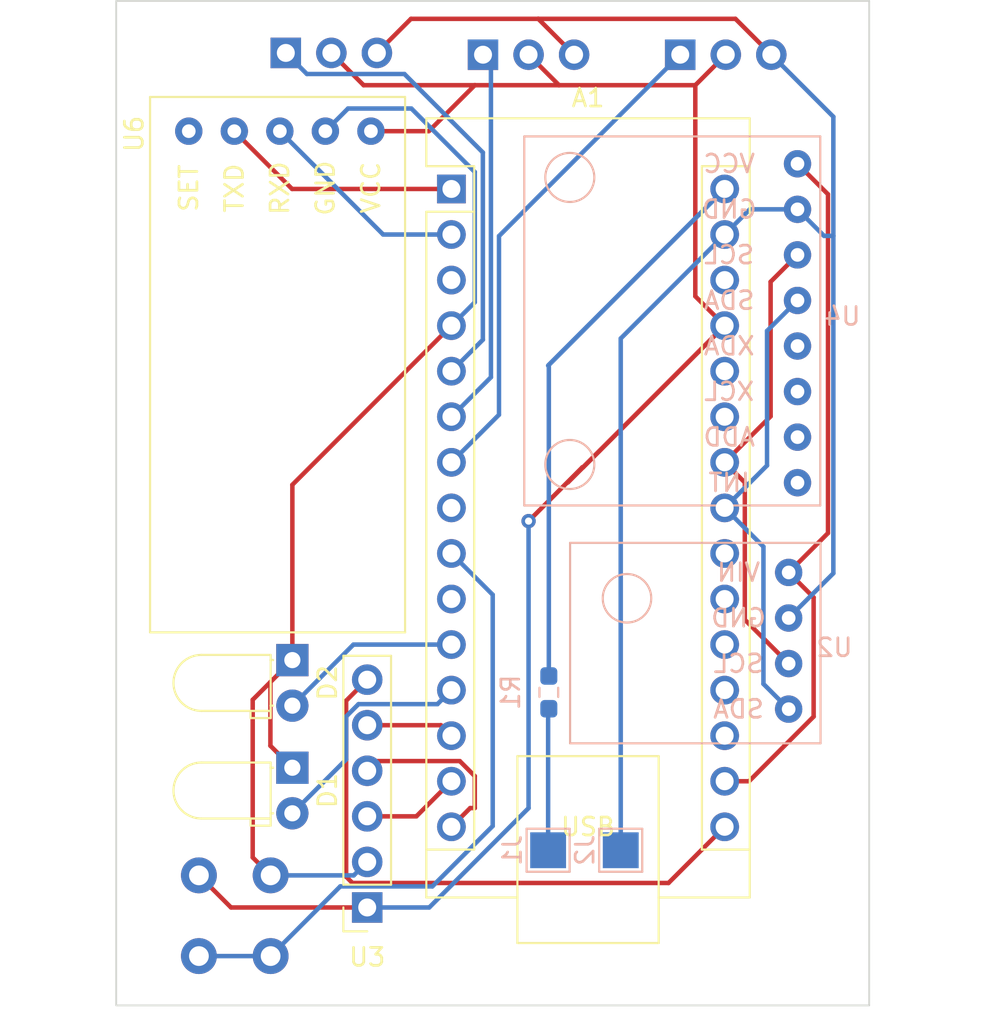
<source format=kicad_pcb>
(kicad_pcb (version 20221018) (generator pcbnew)
  (layers (0 "F.Cu" signal) (31 "B.Cu" signal) (34 "B.Paste" user) (35 "F.Paste" user) (36 "B.SilkS" user "B.Silkscreen") (37 "F.SilkS" user "F.Silkscreen") (38 "B.Mask" user) (39 "F.Mask" user) (44 "Edge.Cuts" user))
  (net 0 "")
  (net 2 "Earth")
  (net 3 "/D10")
  (net 4 "/D11")
  (net 5 "/D12")
  (net 6 "/D13")
  (net 7 "Net-(A1-3V3)")
  (net 13 "Net-(A1-A4)")
  (net 14 "Net-(A1-A5)")
  (net 17 "/5V")
  (net 23 "/TX")
  (net 24 "/RX")
  (net 27 "/D2")
  (net 28 "/D3")
  (net 29 "/D4")
  (net 30 "/D7")
  (net 31 "/D8")
  (net 32 "/D9")
  (net 33 "/D6")
  (net 34 "Net-(J1-Pin_1)")
  (net 35 "Net-(A1-VIN)")
  (footprint "LED_THT:LED_D3.0mm_Horizontal_O1.27mm_Z2.0mm" (layer "F.Cu") (at 108.825 97.75 -90)
    (fp_text reference "D2" (at 1.27 -1.96 90) (layer "F.SilkS"))
    (fp_text value "LED")
    (fp_line (start -0.29 1.21) (end -0.29 5.07) (stroke (width 0.12)) (layer "F.SilkS"))
    (fp_line (start -0.29 1.21) (end 2.83 1.21) (stroke (width 0.12)) (layer "F.SilkS"))
    (fp_line (start 0 1.08) (end 0 1.08) (stroke (width 0.12)) (layer "F.SilkS"))
    (fp_line (start 0 1.08) (end 0 1.21) (stroke (width 0.12)) (layer "F.SilkS"))
    (fp_line (start 0 1.21) (end 0 1.08) (stroke (width 0.12)) (layer "F.SilkS"))
    (fp_line (start 0 1.21) (end 0 1.21) (stroke (width 0.12)) (layer "F.SilkS"))
    (fp_line (start 2.54 1.08) (end 2.54 1.08) (stroke (width 0.12)) (layer "F.SilkS"))
    (fp_line (start 2.54 1.08) (end 2.54 1.21) (stroke (width 0.12)) (layer "F.SilkS"))
    (fp_line (start 2.54 1.21) (end 2.54 1.08) (stroke (width 0.12)) (layer "F.SilkS"))
    (fp_line (start 2.54 1.21) (end 2.54 1.21) (stroke (width 0.12)) (layer "F.SilkS"))
    (fp_line (start 2.83 1.21) (end 2.83 5.07) (stroke (width 0.12)) (layer "F.SilkS"))
    (fp_line (start 2.83 1.21) (end 3.23 1.21) (stroke (width 0.12)) (layer "F.SilkS"))
    (fp_line (start 2.83 2.33) (end 2.83 1.21) (stroke (width 0.12)) (layer "F.SilkS"))
    (fp_line (start 3.23 1.21) (end 3.23 2.33) (stroke (width 0.12)) (layer "F.SilkS"))
    (fp_line (start 3.23 2.33) (end 2.83 2.33) (stroke (width 0.12)) (layer "F.SilkS"))
    (fp_arc (start 2.83 5.07) (mid 1.27 6.63) (end -0.29 5.07) (stroke (width 0.12)) (layer "F.SilkS"))
    (pad "1" thru_hole rect (at 0 0 270) (size 1.8 1.8) (drill 0.9) (layers "*.Cu" "*.Mask") (net 2 "Earth"))
    (pad "2" thru_hole circle (at 2.54 0 270) (size 1.8 1.8) (drill 0.9) (layers "*.Cu" "*.Mask") (net 31 "/D8"))
  )
  (footprint "Connector_PinSocket_2.54mm:PinSocket_1x06_P2.54mm_Vertical" (layer "F.Cu") (at 113 111.54 180)
    (fp_text reference "U3" (at 0 -2.77) (layer "F.SilkS"))
    (fp_text value "SD_Card_Reader")
    (fp_line (start -1.33 1.27) (end -1.33 14.03) (stroke (width 0.12)) (layer "F.SilkS"))
    (fp_line (start -1.33 1.27) (end 1.33 1.27) (stroke (width 0.12)) (layer "F.SilkS"))
    (fp_line (start -1.33 14.03) (end 1.33 14.03) (stroke (width 0.12)) (layer "F.SilkS"))
    (fp_line (start 0 -1.33) (end 1.33 -1.33) (stroke (width 0.12)) (layer "F.SilkS"))
    (fp_line (start 1.33 -1.33) (end 1.33 0) (stroke (width 0.12)) (layer "F.SilkS"))
    (fp_line (start 1.33 1.27) (end 1.33 14.03) (stroke (width 0.12)) (layer "F.SilkS"))
    (pad "1" thru_hole rect (at 0 0 180) (size 1.7 1.7) (drill 1) (layers "*.Cu" "*.Mask") (net 17 "/5V"))
    (pad "2" thru_hole oval (at 0 2.54 180) (size 1.7 1.7) (drill 1) (layers "*.Cu" "*.Mask") (net 2 "Earth"))
    (pad "3" thru_hole oval (at 0 5.08 180) (size 1.7 1.7) (drill 1) (layers "*.Cu" "*.Mask") (net 4 "/D11"))
    (pad "4" thru_hole oval (at 0 7.62 180) (size 1.7 1.7) (drill 1) (layers "*.Cu" "*.Mask") (net 5 "/D12"))
    (pad "5" thru_hole oval (at 0 10.16 180) (size 1.7 1.7) (drill 1) (layers "*.Cu" "*.Mask") (net 3 "/D10"))
    (pad "6" thru_hole oval (at 0 12.7 180) (size 1.7 1.7) (drill 1) (layers "*.Cu" "*.Mask") (net 6 "/D13"))
  )
  (footprint "usini_sensors:module_bh1750" (layer "F.Cu") (at 103.047 68.2625 -90)
    (fp_text reference "U6" (at 0.15 3.047 -90) (layer "F.SilkS"))
    (fp_text value "HC-12")
    (fp_text user "TXD" (at 3.175 -2.54 90) (layer "F.SilkS"))
    (fp_text user "SET" (at 3.175 0 90) (layer "F.SilkS"))
    (fp_text user "GND" (at 3.175 -7.62 90) (layer "F.SilkS"))
    (fp_text user "RXD" (at 3.175 -5.08 90) (layer "F.SilkS"))
    (fp_text user "VCC" (at 3.15 -10.16 90) (layer "F.SilkS"))
    (fp_line (start -1.905 -12.065) (end 27.94 -12.065) (stroke (width 0.12)) (layer "F.SilkS"))
    (fp_line (start -1.905 2.159) (end -1.905 -12.065) (stroke (width 0.12)) (layer "F.SilkS"))
    (fp_line (start 27.94 -12.065) (end 27.94 2.159) (stroke (width 0.12)) (layer "F.SilkS"))
    (fp_line (start 27.94 2.159) (end -1.905 2.159) (stroke (width 0.12)) (layer "F.SilkS"))
    (pad "1" thru_hole circle (at 0 -10.16 270) (size 1.524 1.524) (drill 0.762) (layers "*.Cu" "*.Mask") (net 17 "/5V"))
    (pad "2" thru_hole circle (at 0 -7.62 270) (size 1.524 1.524) (drill 0.762) (layers "*.Cu" "*.Mask") (net 2 "Earth"))
    (pad "3" thru_hole circle (at 0 -5.08 270) (size 1.524 1.524) (drill 0.762) (layers "*.Cu" "*.Mask") (net 24 "/RX"))
    (pad "4" thru_hole circle (at 0 -2.54 270) (size 1.524 1.524) (drill 0.762) (layers "*.Cu" "*.Mask") (net 23 "/TX"))
    (pad "5" thru_hole circle (at 0 0 270) (size 1.524 1.524) (drill 0.762) (layers "*.Cu" "*.Mask"))
  )
  (footprint "Connector_PinHeader_2.54mm:PinHeader_1x03_P2.54mm_Horizontal" (layer "F.Cu") (at 108.41 63.85 90)
    (fp_text reference "M2" hide)
    (fp_text value "Motor_Servo" hide)
    (pad "1" thru_hole rect (at -0.05 0.05 90) (size 1.7 1.7) (drill 1) (layers "*.Cu" "*.Mask") (net 27 "/D2"))
    (pad "2" thru_hole oval (at -0.05 2.59 90) (size 1.7 1.7) (drill 1) (layers "*.Cu" "*.Mask") (net 17 "/5V"))
    (pad "3" thru_hole oval (at -0.05 5.13 90) (size 1.7 1.7) (drill 1) (layers "*.Cu" "*.Mask") (net 2 "Earth"))
  )
  (footprint "MountingHole:MountingHole_2.2mm_M2" (layer "F.Cu") (at 138 114)
    (fp_text reference "REF**" hide)
    (fp_text value "MountingHole_2.2mm_M2")
    (pad "" np_thru_hole circle (at 0 0) (size 2.2 2.2) (drill 2.2) (layers "*.Cu" "*.Mask"))
  )
  (footprint "Connector_PinHeader_2.54mm:PinHeader_1x03_P2.54mm_Horizontal" (layer "F.Cu") (at 130.46 64 90)
    (fp_text reference "M1" hide)
    (fp_text value "Motor_Servo" hide)
    (pad "1" thru_hole rect (at 0 0 90) (size 1.7 1.7) (drill 1) (layers "*.Cu" "*.Mask") (net 29 "/D4"))
    (pad "2" thru_hole oval (at 0 2.54 90) (size 1.7 1.7) (drill 1) (layers "*.Cu" "*.Mask") (net 17 "/5V"))
    (pad "3" thru_hole oval (at 0 5.08 90) (size 1.7 1.7) (drill 1) (layers "*.Cu" "*.Mask") (net 2 "Earth"))
  )
  (footprint "Button_Switch_THT:SW_PUSH_6mm_H4.3mm" (layer "F.Cu") (at 101.1125 109.75)
    (fp_text reference "U1" hide)
    (fp_text value "ADG633YCP" hide)
    (pad "1" thru_hole circle (at 2.5 0 90) (size 2 2) (drill 1.1) (layers "*.Cu" "*.Mask") (net 17 "/5V"))
    (pad "1" thru_hole circle (at 6.5 0 90) (size 2 2) (drill 1.1) (layers "*.Cu" "*.Mask") (net 2 "Earth"))
    (pad "2" thru_hole circle (at 2.5 4.5 90) (size 2 2) (drill 1.1) (layers "*.Cu" "*.Mask") (net 33 "/D6"))
    (pad "2" thru_hole circle (at 6.5 4.5 90) (size 2 2) (drill 1.1) (layers "*.Cu" "*.Mask") (net 33 "/D6"))
  )
  (footprint "Module:Arduino_Nano" (layer "F.Cu") (at 117.697 71.484)
    (fp_text reference "A1" (at 7.62 -5.08) (layer "F.SilkS"))
    (fp_text value "Arduino_Nano_v3.x")
    (fp_text user "USB" (at 7.62 35.56 unlocked) (layer "F.SilkS"))
    (fp_line (start -1.4 -3.94) (end -1.4 -1.27) (stroke (width 0.12)) (layer "F.SilkS"))
    (fp_line (start -1.4 1.27) (end -1.4 39.5) (stroke (width 0.12)) (layer "F.SilkS"))
    (fp_line (start -1.4 39.5) (end 3.68 39.5) (stroke (width 0.12)) (layer "F.SilkS"))
    (fp_line (start 1.27 -1.27) (end -1.4 -1.27) (stroke (width 0.12)) (layer "F.SilkS"))
    (fp_line (start 1.27 1.27) (end -1.4 1.27) (stroke (width 0.12)) (layer "F.SilkS"))
    (fp_line (start 1.27 1.27) (end 1.27 -1.27) (stroke (width 0.12)) (layer "F.SilkS"))
    (fp_line (start 1.27 1.27) (end 1.27 36.83) (stroke (width 0.12)) (layer "F.SilkS"))
    (fp_line (start 1.27 36.83) (end -1.4 36.83) (stroke (width 0.12)) (layer "F.SilkS"))
    (fp_line (start 3.68 31.62) (end 11.56 31.62) (stroke (width 0.12)) (layer "F.SilkS"))
    (fp_line (start 3.68 42.04) (end 3.68 31.62) (stroke (width 0.12)) (layer "F.SilkS"))
    (fp_line (start 11.56 31.62) (end 11.56 42.04) (stroke (width 0.12)) (layer "F.SilkS"))
    (fp_line (start 11.56 42.04) (end 3.68 42.04) (stroke (width 0.12)) (layer "F.SilkS"))
    (fp_line (start 13.97 -1.27) (end 13.97 36.83) (stroke (width 0.12)) (layer "F.SilkS"))
    (fp_line (start 13.97 -1.27) (end 16.64 -1.27) (stroke (width 0.12)) (layer "F.SilkS"))
    (fp_line (start 13.97 36.83) (end 16.64 36.83) (stroke (width 0.12)) (layer "F.SilkS"))
    (fp_line (start 16.64 -3.94) (end -1.4 -3.94) (stroke (width 0.12)) (layer "F.SilkS"))
    (fp_line (start 16.64 39.5) (end 11.56 39.5) (stroke (width 0.12)) (layer "F.SilkS"))
    (fp_line (start 16.64 39.5) (end 16.64 -3.94) (stroke (width 0.12)) (layer "F.SilkS"))
    (pad "1" thru_hole rect (at 0 0) (size 1.6 1.6) (drill 1) (layers "*.Cu" "*.Mask") (net 23 "/TX"))
    (pad "2" thru_hole oval (at 0 2.54) (size 1.6 1.6) (drill 1) (layers "*.Cu" "*.Mask") (net 24 "/RX"))
    (pad "3" thru_hole oval (at 0 5.08) (size 1.6 1.6) (drill 1) (layers "*.Cu" "*.Mask"))
    (pad "4" thru_hole oval (at 0 7.62) (size 1.6 1.6) (drill 1) (layers "*.Cu" "*.Mask") (net 2 "Earth"))
    (pad "5" thru_hole oval (at 0 10.16) (size 1.6 1.6) (drill 1) (layers "*.Cu" "*.Mask") (net 27 "/D2"))
    (pad "6" thru_hole oval (at 0 12.7) (size 1.6 1.6) (drill 1) (layers "*.Cu" "*.Mask") (net 28 "/D3"))
    (pad "7" thru_hole oval (at 0 15.24) (size 1.6 1.6) (drill 1) (layers "*.Cu" "*.Mask") (net 29 "/D4"))
    (pad "8" thru_hole oval (at 0 17.78) (size 1.6 1.6) (drill 1) (layers "*.Cu" "*.Mask"))
    (pad "9" thru_hole oval (at 0 20.32) (size 1.6 1.6) (drill 1) (layers "*.Cu" "*.Mask") (net 33 "/D6"))
    (pad "10" thru_hole oval (at 0 22.86) (size 1.6 1.6) (drill 1) (layers "*.Cu" "*.Mask") (net 30 "/D7"))
    (pad "11" thru_hole oval (at 0 25.4) (size 1.6 1.6) (drill 1) (layers "*.Cu" "*.Mask") (net 31 "/D8"))
    (pad "12" thru_hole oval (at 0 27.94) (size 1.6 1.6) (drill 1) (layers "*.Cu" "*.Mask") (net 32 "/D9"))
    (pad "13" thru_hole oval (at 0 30.48) (size 1.6 1.6) (drill 1) (layers "*.Cu" "*.Mask") (net 3 "/D10"))
    (pad "14" thru_hole oval (at 0 33.02) (size 1.6 1.6) (drill 1) (layers "*.Cu" "*.Mask") (net 4 "/D11"))
    (pad "15" thru_hole oval (at 0 35.56) (size 1.6 1.6) (drill 1) (layers "*.Cu" "*.Mask") (net 5 "/D12"))
    (pad "16" thru_hole oval (at 15.24 35.56) (size 1.6 1.6) (drill 1) (layers "*.Cu" "*.Mask") (net 6 "/D13"))
    (pad "17" thru_hole oval (at 15.24 33.02) (size 1.6 1.6) (drill 1) (layers "*.Cu" "*.Mask") (net 7 "Net-(A1-3V3)"))
    (pad "18" thru_hole oval (at 15.24 30.48) (size 1.6 1.6) (drill 1) (layers "*.Cu" "*.Mask"))
    (pad "19" thru_hole oval (at 15.24 27.94) (size 1.6 1.6) (drill 1) (layers "*.Cu" "*.Mask"))
    (pad "20" thru_hole oval (at 15.24 25.4) (size 1.6 1.6) (drill 1) (layers "*.Cu" "*.Mask"))
    (pad "21" thru_hole oval (at 15.24 22.86) (size 1.6 1.6) (drill 1) (layers "*.Cu" "*.Mask"))
    (pad "22" thru_hole oval (at 15.24 20.32) (size 1.6 1.6) (drill 1) (layers "*.Cu" "*.Mask"))
    (pad "23" thru_hole oval (at 15.24 17.78) (size 1.6 1.6) (drill 1) (layers "*.Cu" "*.Mask") (net 13 "Net-(A1-A4)"))
    (pad "24" thru_hole oval (at 15.24 15.24) (size 1.6 1.6) (drill 1) (layers "*.Cu" "*.Mask") (net 14 "Net-(A1-A5)"))
    (pad "25" thru_hole oval (at 15.24 12.7) (size 1.6 1.6) (drill 1) (layers "*.Cu" "*.Mask"))
    (pad "26" thru_hole oval (at 15.24 10.16) (size 1.6 1.6) (drill 1) (layers "*.Cu" "*.Mask"))
    (pad "27" thru_hole oval (at 15.24 7.62) (size 1.6 1.6) (drill 1) (layers "*.Cu" "*.Mask") (net 17 "/5V"))
    (pad "28" thru_hole oval (at 15.24 5.08) (size 1.6 1.6) (drill 1) (layers "*.Cu" "*.Mask"))
    (pad "29" thru_hole oval (at 15.24 2.54) (size 1.6 1.6) (drill 1) (layers "*.Cu" "*.Mask") (net 2 "Earth"))
    (pad "30" thru_hole oval (at 15.24 0) (size 1.6 1.6) (drill 1) (layers "*.Cu" "*.Mask") (net 35 "Net-(A1-VIN)"))
  )
  (footprint "MountingHole:MountingHole_2.2mm_M2" (layer "F.Cu") (at 102 64)
    (fp_text reference "REF**" hide)
    (fp_text value "MountingHole_2.2mm_M2")
    (pad "" np_thru_hole circle (at 0 0) (size 2.2 2.2) (drill 2.2) (layers "*.Cu" "*.Mask"))
  )
  (footprint "Connector_PinHeader_2.54mm:PinHeader_1x03_P2.54mm_Horizontal" (layer "F.Cu") (at 119.41 63.95 90)
    (fp_text reference "M3" hide)
    (fp_text value "Motor_Servo" hide)
    (pad "1" thru_hole rect (at -0.05 0.05 90) (size 1.7 1.7) (drill 1) (layers "*.Cu" "*.Mask") (net 28 "/D3"))
    (pad "2" thru_hole oval (at -0.05 2.59 90) (size 1.7 1.7) (drill 1) (layers "*.Cu" "*.Mask") (net 17 "/5V"))
    (pad "3" thru_hole oval (at -0.05 5.13 90) (size 1.7 1.7) (drill 1) (layers "*.Cu" "*.Mask") (net 2 "Earth"))
  )
  (footprint "LED_THT:LED_D3.0mm_Horizontal_O1.27mm_Z2.0mm" (layer "F.Cu") (at 108.825 103.75 -90)
    (fp_text reference "D1" (at 1.27 -1.96 90) (layer "F.SilkS"))
    (fp_text value "LED")
    (fp_line (start -0.29 1.21) (end -0.29 5.07) (stroke (width 0.12)) (layer "F.SilkS"))
    (fp_line (start -0.29 1.21) (end 2.83 1.21) (stroke (width 0.12)) (layer "F.SilkS"))
    (fp_line (start 0 1.08) (end 0 1.08) (stroke (width 0.12)) (layer "F.SilkS"))
    (fp_line (start 0 1.08) (end 0 1.21) (stroke (width 0.12)) (layer "F.SilkS"))
    (fp_line (start 0 1.21) (end 0 1.08) (stroke (width 0.12)) (layer "F.SilkS"))
    (fp_line (start 0 1.21) (end 0 1.21) (stroke (width 0.12)) (layer "F.SilkS"))
    (fp_line (start 2.54 1.08) (end 2.54 1.08) (stroke (width 0.12)) (layer "F.SilkS"))
    (fp_line (start 2.54 1.08) (end 2.54 1.21) (stroke (width 0.12)) (layer "F.SilkS"))
    (fp_line (start 2.54 1.21) (end 2.54 1.08) (stroke (width 0.12)) (layer "F.SilkS"))
    (fp_line (start 2.54 1.21) (end 2.54 1.21) (stroke (width 0.12)) (layer "F.SilkS"))
    (fp_line (start 2.83 1.21) (end 2.83 5.07) (stroke (width 0.12)) (layer "F.SilkS"))
    (fp_line (start 2.83 1.21) (end 3.23 1.21) (stroke (width 0.12)) (layer "F.SilkS"))
    (fp_line (start 2.83 2.33) (end 2.83 1.21) (stroke (width 0.12)) (layer "F.SilkS"))
    (fp_line (start 3.23 1.21) (end 3.23 2.33) (stroke (width 0.12)) (layer "F.SilkS"))
    (fp_line (start 3.23 2.33) (end 2.83 2.33) (stroke (width 0.12)) (layer "F.SilkS"))
    (fp_arc (start 2.83 5.07) (mid 1.27 6.63) (end -0.29 5.07) (stroke (width 0.12)) (layer "F.SilkS"))
    (pad "1" thru_hole rect (at 0 0 270) (size 1.8 1.8) (drill 0.9) (layers "*.Cu" "*.Mask") (net 2 "Earth"))
    (pad "2" thru_hole circle (at 2.54 0 270) (size 1.8 1.8) (drill 0.9) (layers "*.Cu" "*.Mask") (net 32 "/D9"))
  )
  (footprint "usini_sensors:module_bme280_alt" (layer "B.Cu") (at 136.507 100.483 180)
    (fp_text reference "U2" (at -2.553 3.433) (layer "B.SilkS") (effects (justify mirror)))
    (fp_text value "BMP180")
    (fp_text user "SCL" (at 2.794 2.54) (layer "B.SilkS") (effects (justify mirror)))
    (fp_text user "GND" (at 2.794 5.08) (layer "B.SilkS") (effects (justify mirror)))
    (fp_text user "SDA" (at 2.794 0) (layer "B.SilkS") (effects (justify mirror)))
    (fp_text user "VIN" (at 2.794 7.62) (layer "B.SilkS") (effects (justify mirror)))
    (fp_line (start -1.778 -1.905) (end -1.778 9.271) (stroke (width 0.12)) (layer "B.SilkS"))
    (fp_line (start -1.778 9.271) (end 12.192 9.271) (stroke (width 0.12)) (layer "B.SilkS"))
    (fp_line (start 12.192 -1.905) (end -1.778 -1.905) (stroke (width 0.12)) (layer "B.SilkS"))
    (fp_line (start 12.192 9.271) (end 12.192 -1.905) (stroke (width 0.12)) (layer "B.SilkS"))
    (fp_circle (center 9.017 6.179309) (end 9.779 5.060916) (stroke (width 0.12)) (fill none) (layer "B.SilkS"))
    (pad "1" thru_hole circle (at 0 7.62 180) (size 1.524 1.524) (drill 0.762) (layers "*.Cu" "*.Mask") (net 7 "Net-(A1-3V3)"))
    (pad "2" thru_hole circle (at 0 5.08 180) (size 1.524 1.524) (drill 0.762) (layers "*.Cu" "*.Mask") (net 2 "Earth"))
    (pad "3" thru_hole circle (at 0 2.54 180) (size 1.524 1.524) (drill 0.762) (layers "*.Cu" "*.Mask") (net 14 "Net-(A1-A5)"))
    (pad "4" thru_hole circle (at 0 0 180) (size 1.524 1.524) (drill 0.762) (layers "*.Cu" "*.Mask") (net 13 "Net-(A1-A4)"))
  )
  (footprint "TestPoint:TestPoint_Pad_2.0x2.0mm" (layer "B.Cu") (at 127.14 108.35 -90)
    (fp_text reference "J2" (at 0 1.998 90) (layer "B.SilkS") (effects (justify mirror)))
    (fp_text value "Conn_01x01_Pin")
    (fp_line (start -1.2 -1.2) (end -1.2 1.2) (stroke (width 0.12)) (layer "B.SilkS"))
    (fp_line (start -1.2 1.2) (end 1.2 1.2) (stroke (width 0.12)) (layer "B.SilkS"))
    (fp_line (start 1.2 -1.2) (end -1.2 -1.2) (stroke (width 0.12)) (layer "B.SilkS"))
    (fp_line (start 1.2 1.2) (end 1.2 -1.2) (stroke (width 0.12)) (layer "B.SilkS"))
    (pad "1" smd rect (at 0 0 270) (size 2 2) (layers "B.Cu" "B.Mask") (net 2 "Earth"))
  )
  (footprint "usini_sensors:module_mpu6050" (layer "B.Cu") (at 137 87.86 180)
    (fp_text reference "U4" (at -2.505 9.277) (layer "B.SilkS") (effects (justify mirror)))
    (fp_text value "MPU")
    (fp_text user "ADD" (at 3.81 2.54) (layer "B.SilkS") (effects (justify mirror)))
    (fp_text user "XDA" (at 3.81 7.62) (layer "B.SilkS") (effects (justify mirror)))
    (fp_text user "VCC" (at 3.81 17.78) (layer "B.SilkS") (effects (justify mirror)))
    (fp_text user "INT" (at 3.81 0) (layer "B.SilkS") (effects (justify mirror)))
    (fp_text user "SCL" (at 3.81 12.7) (layer "B.SilkS") (effects (justify mirror)))
    (fp_text user "GND" (at 3.81 15.24) (layer "B.SilkS") (effects (justify mirror)))
    (fp_text user "XCL" (at 3.81 5.08) (layer "B.SilkS") (effects (justify mirror)))
    (fp_text user "SDA" (at 3.81 10.16) (layer "B.SilkS") (effects (justify mirror)))
    (fp_line (start -1.27 -1.27) (end -1.27 19.304) (stroke (width 0.12)) (layer "B.SilkS"))
    (fp_line (start -1.27 19.304) (end 15.24 19.304) (stroke (width 0.12)) (layer "B.SilkS"))
    (fp_line (start 15.24 -1.27) (end -1.27 -1.27) (stroke (width 0.12)) (layer "B.SilkS"))
    (fp_line (start 15.24 19.304) (end 15.24 -1.27) (stroke (width 0.12)) (layer "B.SilkS"))
    (fp_circle (center 12.7 1.016) (end 13.208 -0.254) (stroke (width 0.12)) (fill none) (layer "B.SilkS"))
    (fp_circle (center 12.7 17.018) (end 13.208 15.748) (stroke (width 0.12)) (fill none) (layer "B.SilkS"))
    (pad "1" thru_hole circle (at 0 17.78 180) (size 1.524 1.524) (drill 0.762) (layers "*.Cu" "*.Mask") (net 7 "Net-(A1-3V3)"))
    (pad "2" thru_hole circle (at 0 15.24 180) (size 1.524 1.524) (drill 0.762) (layers "*.Cu" "*.Mask") (net 2 "Earth"))
    (pad "3" thru_hole circle (at 0 12.7 180) (size 1.524 1.524) (drill 0.762) (layers "*.Cu" "*.Mask") (net 14 "Net-(A1-A5)"))
    (pad "4" thru_hole circle (at 0 10.16 180) (size 1.524 1.524) (drill 0.762) (layers "*.Cu" "*.Mask") (net 13 "Net-(A1-A4)"))
    (pad "5" thru_hole circle (at 0 7.62 180) (size 1.524 1.524) (drill 0.762) (layers "*.Cu" "*.Mask"))
    (pad "6" thru_hole circle (at 0 5.08 180) (size 1.524 1.524) (drill 0.762) (layers "*.Cu" "*.Mask"))
    (pad "7" thru_hole circle (at 0 2.54 180) (size 1.524 1.524) (drill 0.762) (layers "*.Cu" "*.Mask"))
    (pad "8" thru_hole circle (at 0 0 180) (size 1.524 1.524) (drill 0.762) (layers "*.Cu" "*.Mask"))
  )
  (footprint "TestPoint:TestPoint_Pad_2.0x2.0mm" (layer "B.Cu") (at 123.09 108.35 -90)
    (fp_text reference "J1" (at 0 1.998 90) (layer "B.SilkS") (effects (justify mirror)))
    (fp_text value "Conn_01x01_Pin")
    (fp_line (start -1.2 -1.2) (end -1.2 1.2) (stroke (width 0.12)) (layer "B.SilkS"))
    (fp_line (start -1.2 1.2) (end 1.2 1.2) (stroke (width 0.12)) (layer "B.SilkS"))
    (fp_line (start 1.2 -1.2) (end -1.2 -1.2) (stroke (width 0.12)) (layer "B.SilkS"))
    (fp_line (start 1.2 1.2) (end 1.2 -1.2) (stroke (width 0.12)) (layer "B.SilkS"))
    (pad "1" smd rect (at 0 0 270) (size 2 2) (layers "B.Cu" "B.Mask") (net 34 "Net-(J1-Pin_1)"))
  )
  (footprint "Resistor_SMD:R_0603_1608Metric_Pad0.98x0.95mm_HandSolder" (layer "B.Cu") (at 123.13 99.5475 90)
    (fp_text reference "R1" (at 0 -2.13 90) (layer "B.SilkS") (effects (justify mirror)))
    (fp_text value "TBD")
    (fp_line (start -0.254724 -0.5225) (end 0.254724 -0.5225) (stroke (width 0.12)) (layer "B.SilkS"))
    (fp_line (start -0.254724 0.5225) (end 0.254724 0.5225) (stroke (width 0.12)) (layer "B.SilkS"))
    (pad "1" smd roundrect (at -0.9125 0 90) (size 0.975 0.95) (layers "B.Cu" "B.Paste" "B.Mask") (net 34 "Net-(J1-Pin_1)"))
    (pad "2" smd roundrect (at 0.9125 0 90) (size 0.975 0.95) (layers "B.Cu" "B.Paste" "B.Mask") (net 35 "Net-(A1-VIN)"))
  )
  (gr_rect (start 99 61) (end 141 117) (stroke (width 0.1)) (fill none) (layer "Edge.Cuts"))
  (segment (start 122.54 62) (end 124.54 64) (width 0.25) (layer "F.Cu") (net 2))
  (segment (start 122.54 62) (end 133.54 62) (width 0.25) (layer "F.Cu") (net 2))
  (segment (start 106.6125 99.9625) (end 107.6 98.975) (width 0.25) (layer "F.Cu") (net 2))
  (segment (start 106.6125 108.75) (end 106.6125 99.9625) (width 0.25) (layer "F.Cu") (net 2))
  (segment (start 133.54 62) (end 135.54 64) (width 0.25) (layer "F.Cu") (net 2))
  (segment (start 115.44 62) (end 122.54 62) (width 0.25) (layer "F.Cu") (net 2))
  (segment (start 108.825 87.976) (end 108.825 97.75) (width 0.25) (layer "F.Cu") (net 2))
  (segment (start 108.825 103.75) (end 107.6 102.525) (width 0.25) (layer "F.Cu") (net 2))
  (segment (start 113.54 63.9) (end 115.44 62) (width 0.25) (layer "F.Cu") (net 2))
  (segment (start 117.697 79.104) (end 108.825 87.976) (width 0.25) (layer "F.Cu") (net 2))
  (segment (start 107.6125 109.75) (end 106.6125 108.75) (width 0.25) (layer "F.Cu") (net 2))
  (segment (start 107.6 102.525) (end 107.6 98.975) (width 0.25) (layer "F.Cu") (net 2))
  (segment (start 107.6 98.975) (end 108.825 97.75) (width 0.25) (layer "F.Cu") (net 2))
  (segment (start 134.341 72.62) (end 132.937 74.024) (width 0.25) (layer "B.Cu") (net 2))
  (segment (start 111.9295 67) (end 115.463 67) (width 0.25) (layer "B.Cu") (net 2))
  (segment (start 119 77.801) (end 117.697 79.104) (width 0.25) (layer "B.Cu") (net 2))
  (segment (start 110.667 68.2625) (end 111.9295 67) (width 0.25) (layer "B.Cu") (net 2))
  (segment (start 127.14 108.35) (end 127.14 79.821) (width 0.25) (layer "B.Cu") (net 2))
  (segment (start 107.6125 109.75) (end 112.25 109.75) (width 0.25) (layer "B.Cu") (net 2))
  (segment (start 119 70.537) (end 119 77.801) (width 0.25) (layer "B.Cu") (net 2))
  (segment (start 135.54 64) (end 139 67.46) (width 0.25) (layer "B.Cu") (net 2))
  (segment (start 139 74.1) (end 139 92.91) (width 0.25) (layer "B.Cu") (net 2))
  (segment (start 127.14 79.821) (end 132.937 74.024) (width 0.25) (layer "B.Cu") (net 2))
  (segment (start 138.48 74.1) (end 137 72.62) (width 0.25) (layer "B.Cu") (net 2))
  (segment (start 112.25 109.75) (end 113 109) (width 0.25) (layer "B.Cu") (net 2))
  (segment (start 137 72.62) (end 134.341 72.62) (width 0.25) (layer "B.Cu") (net 2))
  (segment (start 139 92.91) (end 136.507 95.403) (width 0.25) (layer "B.Cu") (net 2))
  (segment (start 139 67.46) (end 139 74.1) (width 0.25) (layer "B.Cu") (net 2))
  (segment (start 139 74.1) (end 138.48 74.1) (width 0.25) (layer "B.Cu") (net 2))
  (segment (start 115.463 67) (end 119 70.537) (width 0.25) (layer "B.Cu") (net 2))
  (segment (start 117.113 101.38) (end 117.697 101.964) (width 0.25) (layer "F.Cu") (net 3))
  (segment (start 113 101.38) (end 117.113 101.38) (width 0.25) (layer "F.Cu") (net 3))
  (segment (start 113 106.46) (end 115.741 106.46) (width 0.25) (layer "F.Cu") (net 4))
  (segment (start 115.741 106.46) (end 117.697 104.504) (width 0.25) (layer "F.Cu") (net 4))
  (segment (start 118.741 106) (end 117.697 107.044) (width 0.25) (layer "F.Cu") (net 5))
  (segment (start 113 103.92) (end 113.541 103.379) (width 0.25) (layer "F.Cu") (net 5))
  (segment (start 113.541 103.379) (end 118.162991 103.379) (width 0.25) (layer "F.Cu") (net 5))
  (segment (start 119 106) (end 118.741 106) (width 0.25) (layer "F.Cu") (net 5))
  (segment (start 118.162991 103.379) (end 119 104.216009) (width 0.25) (layer "F.Cu") (net 5))
  (segment (start 119 104.216009) (end 119 106) (width 0.25) (layer "F.Cu") (net 5))
  (segment (start 129.806 110.175) (end 132.937 107.044) (width 0.25) (layer "F.Cu") (net 6))
  (segment (start 111.825 109.825) (end 112.175 110.175) (width 0.25) (layer "F.Cu") (net 6))
  (segment (start 112.175 110.175) (end 129.806 110.175) (width 0.25) (layer "F.Cu") (net 6))
  (segment (start 113 98.84) (end 111.825 100.015) (width 0.25) (layer "F.Cu") (net 6))
  (segment (start 111.825 100.015) (end 111.825 109.825) (width 0.25) (layer "F.Cu") (net 6))
  (segment (start 136.507 92.863) (end 137.9 94.256) (width 0.25) (layer "F.Cu") (net 7))
  (segment (start 138.7 90.67) (end 138.7 71.78) (width 0.25) (layer "F.Cu") (net 7))
  (segment (start 137.9 100.9) (end 134.296 104.504) (width 0.25) (layer "F.Cu") (net 7))
  (segment (start 138.7 71.78) (end 137 70.08) (width 0.25) (layer "F.Cu") (net 7))
  (segment (start 137.9 94.256) (end 137.9 100.9) (width 0.25) (layer "F.Cu") (net 7))
  (segment (start 134.296 104.504) (end 132.937 104.504) (width 0.25) (layer "F.Cu") (net 7))
  (segment (start 136.507 92.863) (end 138.7 90.67) (width 0.25) (layer "F.Cu") (net 7))
  (segment (start 137 77.7) (end 135.3 79.4) (width 0.25) (layer "B.Cu") (net 13))
  (segment (start 135.3 86.901) (end 132.937 89.264) (width 0.25) (layer "B.Cu") (net 13))
  (segment (start 135.1 91.427) (end 132.937 89.264) (width 0.25) (layer "B.Cu") (net 13))
  (segment (start 135.1 99.076) (end 135.1 91.427) (width 0.25) (layer "B.Cu") (net 13))
  (segment (start 136.507 100.483) (end 135.1 99.076) (width 0.25) (layer "B.Cu") (net 13))
  (segment (start 135.3 79.4) (end 135.3 86.901) (width 0.25) (layer "B.Cu") (net 13))
  (segment (start 136.507 97.943) (end 134.062 95.498) (width 0.25) (layer "F.Cu") (net 14))
  (segment (start 134.062 87.849) (end 132.937 86.724) (width 0.25) (layer "F.Cu") (net 14))
  (segment (start 132.937 86.724) (end 135.5 84.161) (width 0.25) (layer "F.Cu") (net 14))
  (segment (start 134.062 95.498) (end 134.062 87.849) (width 0.25) (layer "F.Cu") (net 14))
  (segment (start 135.5 76.66) (end 137 75.16) (width 0.25) (layer "F.Cu") (net 14))
  (segment (start 135.5 84.161) (end 135.5 76.66) (width 0.25) (layer "F.Cu") (net 14))
  (segment (start 105.4025 111.54) (end 113 111.54) (width 0.25) (layer "F.Cu") (net 17))
  (segment (start 122 90) (end 125 87) (width 0.25) (layer "F.Cu") (net 17))
  (segment (start 125.041 87) (end 132.937 79.104) (width 0.25) (layer "F.Cu") (net 17))
  (segment (start 132.937 79.104) (end 131.3 77.467) (width 0.25) (layer "F.Cu") (net 17))
  (segment (start 125 87) (end 125.041 87) (width 0.25) (layer "F.Cu") (net 17))
  (segment (start 119 65.7) (end 116.4375 68.2625) (width 0.25) (layer "F.Cu") (net 17))
  (segment (start 131.3 77.467) (end 131.3 65.7) (width 0.25) (layer "F.Cu") (net 17))
  (segment (start 131.3 65.7) (end 123.7 65.7) (width 0.25) (layer "F.Cu") (net 17))
  (segment (start 103.6125 109.75) (end 105.4025 111.54) (width 0.25) (layer "F.Cu") (net 17))
  (segment (start 123.7 65.7) (end 119 65.7) (width 0.25) (layer "F.Cu") (net 17))
  (segment (start 119 65.7) (end 112.8 65.7) (width 0.25) (layer "F.Cu") (net 17))
  (segment (start 112.8 65.7) (end 111 63.9) (width 0.25) (layer "F.Cu") (net 17))
  (segment (start 124.192 87.849) (end 132.937 79.104) (width 0.25) (layer "F.Cu") (net 17))
  (segment (start 116.4375 68.2625) (end 113.207 68.2625) (width 0.25) (layer "F.Cu") (net 17))
  (segment (start 131.3 65.7) (end 133 64) (width 0.25) (layer "F.Cu") (net 17))
  (segment (start 123.7 65.7) (end 122 64) (width 0.25) (layer "F.Cu") (net 17))
  (via (at 122 90) (size 0.8) (drill 0.4) (layers "F.Cu" "B.Cu") (net 17))
  (segment (start 113 111.54) (end 116.46 111.54) (width 0.25) (layer "B.Cu") (net 17))
  (segment (start 122 106) (end 122 90) (width 0.25) (layer "B.Cu") (net 17))
  (segment (start 116.46 111.54) (end 122 106) (width 0.25) (layer "B.Cu") (net 17))
  (segment (start 108.8085 71.484) (end 105.587 68.2625) (width 0.25) (layer "F.Cu") (net 23))
  (segment (start 117.697 71.484) (end 108.8085 71.484) (width 0.25) (layer "F.Cu") (net 23))
  (segment (start 113.8885 74.024) (end 117.697 74.024) (width 0.25) (layer "B.Cu") (net 24))
  (segment (start 108.127 68.2625) (end 113.8885 74.024) (width 0.25) (layer "B.Cu") (net 24))
  (segment (start 109.635 65.075) (end 115.075 65.075) (width 0.25) (layer "B.Cu") (net 27))
  (segment (start 119.45 79.891) (end 117.697 81.644) (width 0.25) (layer "B.Cu") (net 27))
  (segment (start 108.46 63.9) (end 109.635 65.075) (width 0.25) (layer "B.Cu") (net 27))
  (segment (start 119.45 69.45) (end 119.45 79.891) (width 0.25) (layer "B.Cu") (net 27))
  (segment (start 115.075 65.075) (end 119.45 69.45) (width 0.25) (layer "B.Cu") (net 27))
  (segment (start 119.46 64) (end 119.9 64.44) (width 0.25) (layer "B.Cu") (net 28))
  (segment (start 119.9 64.44) (end 119.9 81.981) (width 0.25) (layer "B.Cu") (net 28))
  (segment (start 119.9 81.981) (end 117.697 84.184) (width 0.25) (layer "B.Cu") (net 28))
  (segment (start 120.35 74.11) (end 120.35 84.071) (width 0.25) (layer "B.Cu") (net 29))
  (segment (start 120.35 84.071) (end 117.697 86.724) (width 0.25) (layer "B.Cu") (net 29))
  (segment (start 130.46 64) (end 120.35 74.11) (width 0.25) (layer "B.Cu") (net 29))
  (segment (start 108.825 100.29) (end 112.231 96.884) (width 0.25) (layer "B.Cu") (net 31))
  (segment (start 112.231 96.884) (end 117.697 96.884) (width 0.25) (layer "B.Cu") (net 31))
  (segment (start 108.825 106.29) (end 111.825 103.29) (width 0.25) (layer "B.Cu") (net 32))
  (segment (start 112.513299 100.205) (end 116.916 100.205) (width 0.25) (layer "B.Cu") (net 32))
  (segment (start 116.916 100.205) (end 117.697 99.424) (width 0.25) (layer "B.Cu") (net 32))
  (segment (start 111.825 103.29) (end 111.825 100.893299) (width 0.25) (layer "B.Cu") (net 32))
  (segment (start 111.825 100.893299) (end 112.513299 100.205) (width 0.25) (layer "B.Cu") (net 32))
  (segment (start 120 107) (end 120 94.107) (width 0.25) (layer "B.Cu") (net 33))
  (segment (start 107.6125 114.25) (end 111.4975 110.365) (width 0.25) (layer "B.Cu") (net 33))
  (segment (start 120 94.107) (end 117.697 91.804) (width 0.25) (layer "B.Cu") (net 33))
  (segment (start 111.4975 110.365) (end 116.635 110.365) (width 0.25) (layer "B.Cu") (net 33))
  (segment (start 103.6125 114.25) (end 107.6125 114.25) (width 0.25) (layer "B.Cu") (net 33))
  (segment (start 116.635 110.365) (end 120 107) (width 0.25) (layer "B.Cu") (net 33))
  (segment (start 123.09 100.5) (end 123.13 100.46) (width 0.25) (layer "B.Cu") (net 34))
  (segment (start 123.09 108.35) (end 123.09 100.5) (width 0.25) (layer "B.Cu") (net 34))
  (segment (start 123.13 98.635) (end 123.13 81.291) (width 0.25) (layer "B.Cu") (net 35))
  (segment (start 123.13 81.291) (end 132.937 71.484) (width 0.25) (layer "B.Cu") (net 35))
  (segment (start 123.09 81.331) (end 132.937 71.484) (width 0.25) (layer "B.Cu") (net 35))
)
</source>
